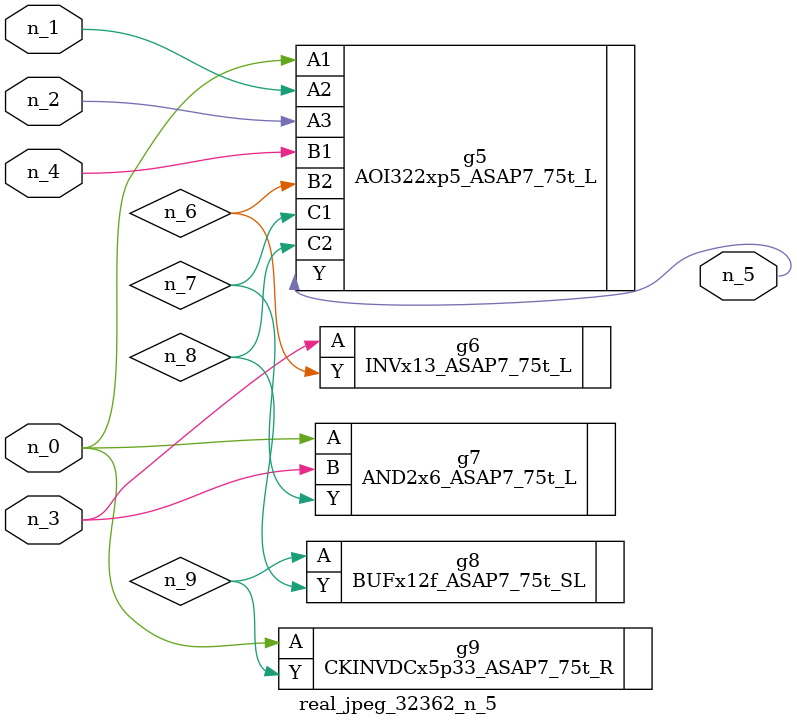
<source format=v>
module real_jpeg_32362_n_5 (n_4, n_0, n_1, n_2, n_3, n_5);

input n_4;
input n_0;
input n_1;
input n_2;
input n_3;

output n_5;

wire n_8;
wire n_6;
wire n_7;
wire n_9;

AOI322xp5_ASAP7_75t_L g5 ( 
.A1(n_0),
.A2(n_1),
.A3(n_2),
.B1(n_4),
.B2(n_6),
.C1(n_7),
.C2(n_8),
.Y(n_5)
);

AND2x6_ASAP7_75t_L g7 ( 
.A(n_0),
.B(n_3),
.Y(n_7)
);

CKINVDCx5p33_ASAP7_75t_R g9 ( 
.A(n_0),
.Y(n_9)
);

INVx13_ASAP7_75t_L g6 ( 
.A(n_3),
.Y(n_6)
);

BUFx12f_ASAP7_75t_SL g8 ( 
.A(n_9),
.Y(n_8)
);


endmodule
</source>
